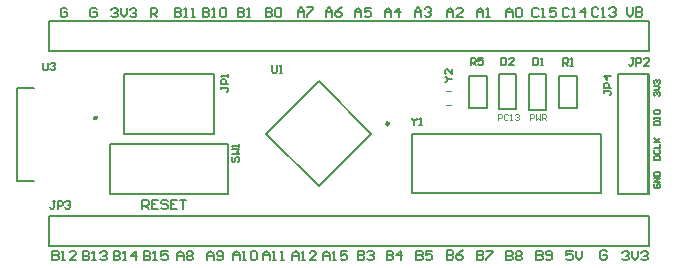
<source format=gbr>
%TF.GenerationSoftware,Altium Limited,Altium Designer,21.4.1 (30)*%
G04 Layer_Color=65535*
%FSLAX45Y45*%
%MOMM*%
%TF.SameCoordinates,7FD8979F-C22B-4491-80EA-6B84785AAA14*%
%TF.FilePolarity,Positive*%
%TF.FileFunction,Legend,Top*%
%TF.Part,Single*%
G01*
G75*
%TA.AperFunction,NonConductor*%
%ADD30C,0.20000*%
%ADD31C,0.12700*%
%ADD47C,0.40000*%
%ADD48C,0.25000*%
%ADD49C,0.10000*%
%ADD50C,0.10160*%
D30*
X4947920Y1651000D02*
X5207000D01*
Y635000D02*
Y1651000D01*
X4947920Y635000D02*
X5207000D01*
X4947920D02*
Y1651000D01*
X4942840D02*
X5201920D01*
Y635000D02*
Y1651000D01*
X4942840Y635000D02*
X5201920D01*
X4942840D02*
Y1651000D01*
X5181600Y444500D02*
X5207000D01*
Y190500D02*
Y444500D01*
X127000Y190500D02*
Y444500D01*
X5181600D01*
X127000Y190500D02*
X5207000D01*
X127000Y1841500D02*
X5207000D01*
X127000Y2095500D02*
X5181600D01*
X127000Y1841500D02*
Y2095500D01*
X5207000Y1841500D02*
Y2095500D01*
X5181600D02*
X5207000D01*
X762000Y1333500D02*
Y1651000D01*
Y1143000D02*
Y1460500D01*
Y1143000D02*
X1524000D01*
Y1651000D01*
X762000D02*
X1524000D01*
X-140000Y741000D02*
X2240Y741060D01*
X-140000Y1531000D02*
X2240D01*
X-140000Y741000D02*
Y1531000D01*
X2413000Y1588477D02*
X2858477Y1143000D01*
X1967523D02*
X2413000Y1588477D01*
X1967523Y1143000D02*
X2413000Y697523D01*
X2858477Y1143000D01*
X4521200Y1363860D02*
X4597400D01*
Y1366400D02*
Y1630680D01*
X4445000D02*
X4597400D01*
X4445000Y1366400D02*
Y1630680D01*
Y1363860D02*
X4521200D01*
X4267200Y1649680D02*
X4338320Y1649800D01*
Y1347540D02*
Y1649800D01*
X4198620Y1347540D02*
X4338320D01*
X4196080D02*
Y1647260D01*
Y1649800D02*
X4267200Y1649680D01*
X4013200Y1650880D02*
X4084320Y1651000D01*
Y1348740D02*
Y1651000D01*
X3944620Y1348740D02*
X4084320D01*
X3942080D02*
Y1648460D01*
Y1651000D02*
X4013200Y1650880D01*
X3759200Y1363860D02*
X3835400D01*
Y1366400D02*
Y1630680D01*
X3683000D02*
X3835400D01*
X3683000Y1366400D02*
Y1630680D01*
Y1363860D02*
X3759200D01*
X647700Y635000D02*
Y1056640D01*
Y635000D02*
X1640840D01*
X647700Y1056640D02*
X1640840D01*
Y635000D02*
Y1056640D01*
X4798900Y889000D02*
Y1139000D01*
X3197860Y1139084D02*
X4798060Y1140460D01*
X3197860Y638916D02*
Y1139084D01*
Y638916D02*
X4798060Y637540D01*
X4798900Y639000D02*
Y889000D01*
X279056Y2197385D02*
X265727Y2210714D01*
X239069D01*
X225740Y2197385D01*
Y2144069D01*
X239069Y2130740D01*
X265727D01*
X279056Y2144069D01*
Y2170727D01*
X252398D01*
X530516Y2197385D02*
X517187Y2210714D01*
X490529D01*
X477200Y2197385D01*
Y2144069D01*
X490529Y2130740D01*
X517187D01*
X530516Y2144069D01*
Y2170727D01*
X503858D01*
X655000Y2194845D02*
X668329Y2208174D01*
X694987D01*
X708316Y2194845D01*
Y2181516D01*
X694987Y2168187D01*
X681658D01*
X694987D01*
X708316Y2154858D01*
Y2141529D01*
X694987Y2128200D01*
X668329D01*
X655000Y2141529D01*
X734974Y2208174D02*
Y2154858D01*
X761632Y2128200D01*
X788290Y2154858D01*
Y2208174D01*
X814948Y2194845D02*
X828277Y2208174D01*
X854936D01*
X868264Y2194845D01*
Y2181516D01*
X854936Y2168187D01*
X841606D01*
X854936D01*
X868264Y2154858D01*
Y2141529D01*
X854936Y2128200D01*
X828277D01*
X814948Y2141529D01*
X1190940Y2210714D02*
Y2130740D01*
X1230927D01*
X1244256Y2144069D01*
Y2157398D01*
X1230927Y2170727D01*
X1190940D01*
X1230927D01*
X1244256Y2184056D01*
Y2197385D01*
X1230927Y2210714D01*
X1190940D01*
X1270914Y2130740D02*
X1297572D01*
X1284243D01*
Y2210714D01*
X1270914Y2197385D01*
X1337559Y2130740D02*
X1364217D01*
X1350889D01*
Y2210714D01*
X1337559Y2197385D01*
X918642Y505140D02*
Y585114D01*
X958629D01*
X971958Y571785D01*
Y545127D01*
X958629Y531798D01*
X918642D01*
X945300D02*
X971958Y505140D01*
X1051932Y585114D02*
X998616D01*
Y505140D01*
X1051932D01*
X998616Y545127D02*
X1025274D01*
X1131906Y571785D02*
X1118577Y585114D01*
X1091919D01*
X1078590Y571785D01*
Y558456D01*
X1091919Y545127D01*
X1118577D01*
X1131906Y531798D01*
Y518469D01*
X1118577Y505140D01*
X1091919D01*
X1078590Y518469D01*
X1211880Y585114D02*
X1158564D01*
Y505140D01*
X1211880D01*
X1158564Y545127D02*
X1185222D01*
X1238538Y585114D02*
X1291854D01*
X1265196D01*
Y505140D01*
X4983160Y137445D02*
X4996489Y150774D01*
X5023147D01*
X5036476Y137445D01*
Y124116D01*
X5023147Y110787D01*
X5009818D01*
X5023147D01*
X5036476Y97458D01*
Y84129D01*
X5023147Y70800D01*
X4996489D01*
X4983160Y84129D01*
X5063134Y150774D02*
Y97458D01*
X5089792Y70800D01*
X5116450Y97458D01*
Y150774D01*
X5143108Y137445D02*
X5156437Y150774D01*
X5183096D01*
X5196424Y137445D01*
Y124116D01*
X5183096Y110787D01*
X5169766D01*
X5183096D01*
X5196424Y97458D01*
Y84129D01*
X5183096Y70800D01*
X5156437D01*
X5143108Y84129D01*
X4848516Y142525D02*
X4835187Y155854D01*
X4808529D01*
X4795200Y142525D01*
Y89209D01*
X4808529Y75880D01*
X4835187D01*
X4848516Y89209D01*
Y115867D01*
X4821858D01*
X4561295Y153314D02*
X4507979D01*
Y113327D01*
X4534637Y126656D01*
X4547967D01*
X4561295Y113327D01*
Y86669D01*
X4547967Y73340D01*
X4521308D01*
X4507979Y86669D01*
X4587953Y153314D02*
Y99998D01*
X4614612Y73340D01*
X4641270Y99998D01*
Y153314D01*
X4254180D02*
Y73340D01*
X4294167D01*
X4307496Y86669D01*
Y99998D01*
X4294167Y113327D01*
X4254180D01*
X4294167D01*
X4307496Y126656D01*
Y139985D01*
X4294167Y153314D01*
X4254180D01*
X4334154Y86669D02*
X4347483Y73340D01*
X4374141D01*
X4387470Y86669D01*
Y139985D01*
X4374141Y153314D01*
X4347483D01*
X4334154Y139985D01*
Y126656D01*
X4347483Y113327D01*
X4387470D01*
X4000180Y150774D02*
Y70800D01*
X4040167D01*
X4053496Y84129D01*
Y97458D01*
X4040167Y110787D01*
X4000180D01*
X4040167D01*
X4053496Y124116D01*
Y137445D01*
X4040167Y150774D01*
X4000180D01*
X4080154Y137445D02*
X4093483Y150774D01*
X4120141D01*
X4133470Y137445D01*
Y124116D01*
X4120141Y110787D01*
X4133470Y97458D01*
Y84129D01*
X4120141Y70800D01*
X4093483D01*
X4080154Y84129D01*
Y97458D01*
X4093483Y110787D01*
X4080154Y124116D01*
Y137445D01*
X4093483Y110787D02*
X4120141D01*
X3751260Y153314D02*
Y73340D01*
X3791247D01*
X3804576Y86669D01*
Y99998D01*
X3791247Y113327D01*
X3751260D01*
X3791247D01*
X3804576Y126656D01*
Y139985D01*
X3791247Y153314D01*
X3751260D01*
X3831234D02*
X3884550D01*
Y139985D01*
X3831234Y86669D01*
Y73340D01*
X3497260Y155854D02*
Y75880D01*
X3537247D01*
X3550576Y89209D01*
Y102538D01*
X3537247Y115867D01*
X3497260D01*
X3537247D01*
X3550576Y129196D01*
Y142525D01*
X3537247Y155854D01*
X3497260D01*
X3630550D02*
X3603892Y142525D01*
X3577234Y115867D01*
Y89209D01*
X3590563Y75880D01*
X3617221D01*
X3630550Y89209D01*
Y102538D01*
X3617221Y115867D01*
X3577234D01*
X3237979Y153314D02*
Y73340D01*
X3277967D01*
X3291295Y86669D01*
Y99998D01*
X3277967Y113327D01*
X3237979D01*
X3277967D01*
X3291295Y126656D01*
Y139985D01*
X3277967Y153314D01*
X3237979D01*
X3371270D02*
X3317953D01*
Y113327D01*
X3344612Y126656D01*
X3357941D01*
X3371270Y113327D01*
Y86669D01*
X3357941Y73340D01*
X3331283D01*
X3317953Y86669D01*
X2986720Y153314D02*
Y73340D01*
X3026707D01*
X3040036Y86669D01*
Y99998D01*
X3026707Y113327D01*
X2986720D01*
X3026707D01*
X3040036Y126656D01*
Y139985D01*
X3026707Y153314D01*
X2986720D01*
X3106681Y73340D02*
Y153314D01*
X3066694Y113327D01*
X3120010D01*
X2742880Y153314D02*
Y73340D01*
X2782867D01*
X2796196Y86669D01*
Y99998D01*
X2782867Y113327D01*
X2742880D01*
X2782867D01*
X2796196Y126656D01*
Y139985D01*
X2782867Y153314D01*
X2742880D01*
X2822854Y139985D02*
X2836183Y153314D01*
X2862841D01*
X2876170Y139985D01*
Y126656D01*
X2862841Y113327D01*
X2849512D01*
X2862841D01*
X2876170Y99998D01*
Y86669D01*
X2862841Y73340D01*
X2836183D01*
X2822854Y86669D01*
X2450780Y70800D02*
Y124116D01*
X2477438Y150774D01*
X2504096Y124116D01*
Y70800D01*
Y110787D01*
X2450780D01*
X2530754Y70800D02*
X2557412D01*
X2544083D01*
Y150774D01*
X2530754Y137445D01*
X2650716Y150774D02*
X2597399D01*
Y110787D01*
X2624057Y124116D01*
X2637387D01*
X2650716Y110787D01*
Y84129D01*
X2637387Y70800D01*
X2610729D01*
X2597399Y84129D01*
X2189160Y70800D02*
Y124116D01*
X2215818Y150774D01*
X2242476Y124116D01*
Y70800D01*
Y110787D01*
X2189160D01*
X2269134Y70800D02*
X2295792D01*
X2282463D01*
Y150774D01*
X2269134Y137445D01*
X2389096Y70800D02*
X2335779D01*
X2389096Y124116D01*
Y137445D01*
X2375767Y150774D01*
X2349109D01*
X2335779Y137445D01*
X1942780Y73340D02*
Y126656D01*
X1969438Y153314D01*
X1996096Y126656D01*
Y73340D01*
Y113327D01*
X1942780D01*
X2022754Y73340D02*
X2049412D01*
X2036083D01*
Y153314D01*
X2022754Y139985D01*
X2089399Y73340D02*
X2116057D01*
X2102729D01*
Y153314D01*
X2089399Y139985D01*
X1688780Y73340D02*
Y126656D01*
X1715438Y153314D01*
X1742096Y126656D01*
Y73340D01*
Y113327D01*
X1688780D01*
X1768754Y73340D02*
X1795412D01*
X1782083D01*
Y153314D01*
X1768754Y139985D01*
X1835399D02*
X1848729Y153314D01*
X1875387D01*
X1888716Y139985D01*
Y86669D01*
X1875387Y73340D01*
X1848729D01*
X1835399Y86669D01*
Y139985D01*
X1467800Y70800D02*
Y124116D01*
X1494458Y150774D01*
X1521116Y124116D01*
Y70800D01*
Y110787D01*
X1467800D01*
X1547774Y84129D02*
X1561103Y70800D01*
X1587761D01*
X1601090Y84129D01*
Y137445D01*
X1587761Y150774D01*
X1561103D01*
X1547774Y137445D01*
Y124116D01*
X1561103Y110787D01*
X1601090D01*
X1213800Y70800D02*
Y124116D01*
X1240458Y150774D01*
X1267116Y124116D01*
Y70800D01*
Y110787D01*
X1213800D01*
X1293774Y137445D02*
X1307103Y150774D01*
X1333761D01*
X1347090Y137445D01*
Y124116D01*
X1333761Y110787D01*
X1347090Y97458D01*
Y84129D01*
X1333761Y70800D01*
X1307103D01*
X1293774Y84129D01*
Y97458D01*
X1307103Y110787D01*
X1293774Y124116D01*
Y137445D01*
X1307103Y110787D02*
X1333761D01*
X931860Y150774D02*
Y70800D01*
X971847D01*
X985176Y84129D01*
Y97458D01*
X971847Y110787D01*
X931860D01*
X971847D01*
X985176Y124116D01*
Y137445D01*
X971847Y150774D01*
X931860D01*
X1011834Y70800D02*
X1038492D01*
X1025163D01*
Y150774D01*
X1011834Y137445D01*
X1131796Y150774D02*
X1078479D01*
Y110787D01*
X1105137Y124116D01*
X1118467D01*
X1131796Y110787D01*
Y84129D01*
X1118467Y70800D01*
X1091809D01*
X1078479Y84129D01*
X675320Y150774D02*
Y70800D01*
X715307D01*
X728636Y84129D01*
Y97458D01*
X715307Y110787D01*
X675320D01*
X715307D01*
X728636Y124116D01*
Y137445D01*
X715307Y150774D01*
X675320D01*
X755294Y70800D02*
X781952D01*
X768623D01*
Y150774D01*
X755294Y137445D01*
X861927Y70800D02*
Y150774D01*
X821939Y110787D01*
X875256D01*
X416240Y150774D02*
Y70800D01*
X456227D01*
X469556Y84129D01*
Y97458D01*
X456227Y110787D01*
X416240D01*
X456227D01*
X469556Y124116D01*
Y137445D01*
X456227Y150774D01*
X416240D01*
X496214Y70800D02*
X522872D01*
X509543D01*
Y150774D01*
X496214Y137445D01*
X562859D02*
X576189Y150774D01*
X602847D01*
X616176Y137445D01*
Y124116D01*
X602847Y110787D01*
X589517D01*
X602847D01*
X616176Y97458D01*
Y84129D01*
X602847Y70800D01*
X576189D01*
X562859Y84129D01*
X157160Y153314D02*
Y73340D01*
X197147D01*
X210476Y86669D01*
Y99998D01*
X197147Y113327D01*
X157160D01*
X197147D01*
X210476Y126656D01*
Y139985D01*
X197147Y153314D01*
X157160D01*
X237134Y73340D02*
X263792D01*
X250463D01*
Y153314D01*
X237134Y139985D01*
X357096Y73340D02*
X303779D01*
X357096Y126656D01*
Y139985D01*
X343767Y153314D01*
X317109D01*
X303779Y139985D01*
X5018720Y2213254D02*
Y2159938D01*
X5045378Y2133280D01*
X5072036Y2159938D01*
Y2213254D01*
X5098694D02*
Y2133280D01*
X5138681D01*
X5152010Y2146609D01*
Y2159938D01*
X5138681Y2173267D01*
X5098694D01*
X5138681D01*
X5152010Y2186596D01*
Y2199925D01*
X5138681Y2213254D01*
X5098694D01*
X4779936Y2199925D02*
X4766607Y2213254D01*
X4739949D01*
X4726620Y2199925D01*
Y2146609D01*
X4739949Y2133280D01*
X4766607D01*
X4779936Y2146609D01*
X4806594Y2133280D02*
X4833252D01*
X4819923D01*
Y2213254D01*
X4806594Y2199925D01*
X4873239D02*
X4886569Y2213254D01*
X4913227D01*
X4926556Y2199925D01*
Y2186596D01*
X4913227Y2173267D01*
X4899897D01*
X4913227D01*
X4926556Y2159938D01*
Y2146609D01*
X4913227Y2133280D01*
X4886569D01*
X4873239Y2146609D01*
X4531016Y2197385D02*
X4517687Y2210714D01*
X4491029D01*
X4477700Y2197385D01*
Y2144069D01*
X4491029Y2130740D01*
X4517687D01*
X4531016Y2144069D01*
X4557674Y2130740D02*
X4584332D01*
X4571003D01*
Y2210714D01*
X4557674Y2197385D01*
X4664307Y2130740D02*
Y2210714D01*
X4624319Y2170727D01*
X4677636D01*
X4274476Y2197385D02*
X4261147Y2210714D01*
X4234489D01*
X4221160Y2197385D01*
Y2144069D01*
X4234489Y2130740D01*
X4261147D01*
X4274476Y2144069D01*
X4301134Y2130740D02*
X4327792D01*
X4314463D01*
Y2210714D01*
X4301134Y2197385D01*
X4421096Y2210714D02*
X4367779D01*
Y2170727D01*
X4394437Y2184056D01*
X4407767D01*
X4421096Y2170727D01*
Y2144069D01*
X4407767Y2130740D01*
X4381109D01*
X4367779Y2144069D01*
X4000180Y2130740D02*
Y2184056D01*
X4026838Y2210714D01*
X4053496Y2184056D01*
Y2130740D01*
Y2170727D01*
X4000180D01*
X4080154Y2197385D02*
X4093483Y2210714D01*
X4120141D01*
X4133470Y2197385D01*
Y2144069D01*
X4120141Y2130740D01*
X4093483D01*
X4080154Y2144069D01*
Y2197385D01*
X3751260Y2130740D02*
Y2184056D01*
X3777918Y2210714D01*
X3804576Y2184056D01*
Y2130740D01*
Y2170727D01*
X3751260D01*
X3831234Y2130740D02*
X3857892D01*
X3844563D01*
Y2210714D01*
X3831234Y2197385D01*
X3497260Y2130740D02*
Y2184056D01*
X3523918Y2210714D01*
X3550576Y2184056D01*
Y2130740D01*
Y2170727D01*
X3497260D01*
X3630550Y2130740D02*
X3577234D01*
X3630550Y2184056D01*
Y2197385D01*
X3617221Y2210714D01*
X3590563D01*
X3577234Y2197385D01*
X3228020Y2133280D02*
Y2186596D01*
X3254678Y2213254D01*
X3281336Y2186596D01*
Y2133280D01*
Y2173267D01*
X3228020D01*
X3307994Y2199925D02*
X3321323Y2213254D01*
X3347981D01*
X3361310Y2199925D01*
Y2186596D01*
X3347981Y2173267D01*
X3334652D01*
X3347981D01*
X3361310Y2159938D01*
Y2146609D01*
X3347981Y2133280D01*
X3321323D01*
X3307994Y2146609D01*
X2974020Y2130740D02*
Y2184056D01*
X3000678Y2210714D01*
X3027336Y2184056D01*
Y2130740D01*
Y2170727D01*
X2974020D01*
X3093981Y2130740D02*
Y2210714D01*
X3053994Y2170727D01*
X3107310D01*
X2720020Y2130740D02*
Y2184056D01*
X2746678Y2210714D01*
X2773336Y2184056D01*
Y2130740D01*
Y2170727D01*
X2720020D01*
X2853310Y2210714D02*
X2799994D01*
Y2170727D01*
X2826652Y2184056D01*
X2839981D01*
X2853310Y2170727D01*
Y2144069D01*
X2839981Y2130740D01*
X2813323D01*
X2799994Y2144069D01*
X2473640Y2133280D02*
Y2186596D01*
X2500298Y2213254D01*
X2526956Y2186596D01*
Y2133280D01*
Y2173267D01*
X2473640D01*
X2606930Y2213254D02*
X2580272Y2199925D01*
X2553614Y2173267D01*
Y2146609D01*
X2566943Y2133280D01*
X2593601D01*
X2606930Y2146609D01*
Y2159938D01*
X2593601Y2173267D01*
X2553614D01*
X2232340Y2133280D02*
Y2186596D01*
X2258998Y2213254D01*
X2285656Y2186596D01*
Y2133280D01*
Y2173267D01*
X2232340D01*
X2312314Y2213254D02*
X2365630D01*
Y2199925D01*
X2312314Y2146609D01*
Y2133280D01*
X1963100Y2210714D02*
Y2130740D01*
X2003087D01*
X2016416Y2144069D01*
Y2157398D01*
X2003087Y2170727D01*
X1963100D01*
X2003087D01*
X2016416Y2184056D01*
Y2197385D01*
X2003087Y2210714D01*
X1963100D01*
X2043074Y2197385D02*
X2056403Y2210714D01*
X2083061D01*
X2096390Y2197385D01*
Y2144069D01*
X2083061Y2130740D01*
X2056403D01*
X2043074Y2144069D01*
Y2197385D01*
X1724340Y2210714D02*
Y2130740D01*
X1764327D01*
X1777656Y2144069D01*
Y2157398D01*
X1764327Y2170727D01*
X1724340D01*
X1764327D01*
X1777656Y2184056D01*
Y2197385D01*
X1764327Y2210714D01*
X1724340D01*
X1804314Y2130740D02*
X1830972D01*
X1817643D01*
Y2210714D01*
X1804314Y2197385D01*
X1429700Y2210714D02*
Y2130740D01*
X1469687D01*
X1483016Y2144069D01*
Y2157398D01*
X1469687Y2170727D01*
X1429700D01*
X1469687D01*
X1483016Y2184056D01*
Y2197385D01*
X1469687Y2210714D01*
X1429700D01*
X1509674Y2130740D02*
X1536332D01*
X1523003D01*
Y2210714D01*
X1509674Y2197385D01*
X1576319D02*
X1589649Y2210714D01*
X1616307D01*
X1629636Y2197385D01*
Y2144069D01*
X1616307Y2130740D01*
X1589649D01*
X1576319Y2144069D01*
Y2197385D01*
X987740Y2130740D02*
Y2210714D01*
X1027727D01*
X1041056Y2197385D01*
Y2170727D01*
X1027727Y2157398D01*
X987740D01*
X1014398D02*
X1041056Y2130740D01*
D31*
X5258660Y1465580D02*
X5250197Y1474044D01*
Y1490972D01*
X5258660Y1499436D01*
X5267124D01*
X5275588Y1490972D01*
Y1482508D01*
Y1490972D01*
X5284052Y1499436D01*
X5292516D01*
X5300980Y1490972D01*
Y1474044D01*
X5292516Y1465580D01*
X5250197Y1516363D02*
X5284052D01*
X5300980Y1533291D01*
X5284052Y1550219D01*
X5250197D01*
X5258660Y1567147D02*
X5250197Y1575611D01*
Y1592539D01*
X5258660Y1601003D01*
X5267124D01*
X5275588Y1592539D01*
Y1584075D01*
Y1592539D01*
X5284052Y1601003D01*
X5292516D01*
X5300980Y1592539D01*
Y1575611D01*
X5292516Y1567147D01*
X5252737Y1214120D02*
X5303520D01*
Y1239512D01*
X5295056Y1247976D01*
X5261200D01*
X5252737Y1239512D01*
Y1214120D01*
Y1264903D02*
Y1281831D01*
Y1273368D01*
X5303520D01*
Y1264903D01*
Y1281831D01*
X5252737Y1332615D02*
Y1315687D01*
X5261200Y1307223D01*
X5295056D01*
X5303520Y1315687D01*
Y1332615D01*
X5295056Y1341079D01*
X5261200D01*
X5252737Y1332615D01*
Y916940D02*
X5303520D01*
Y942332D01*
X5295056Y950796D01*
X5261200D01*
X5252737Y942332D01*
Y916940D01*
X5261200Y1001579D02*
X5252737Y993115D01*
Y976188D01*
X5261200Y967723D01*
X5295056D01*
X5303520Y976188D01*
Y993115D01*
X5295056Y1001579D01*
X5252737Y1018507D02*
X5303520D01*
Y1052363D01*
X5252737Y1069290D02*
X5303520D01*
X5286592D01*
X5252737Y1103146D01*
X5278128Y1077755D01*
X5303520Y1103146D01*
X5261200Y719656D02*
X5252737Y711192D01*
Y694264D01*
X5261200Y685800D01*
X5295056D01*
X5303520Y694264D01*
Y711192D01*
X5295056Y719656D01*
X5278128D01*
Y702728D01*
X5303520Y736583D02*
X5252737D01*
X5303520Y770439D01*
X5252737D01*
Y787367D02*
X5303520D01*
Y812759D01*
X5295056Y821223D01*
X5261200D01*
X5252737Y812759D01*
Y787367D01*
X181201Y572760D02*
X160041D01*
X170621D01*
Y519860D01*
X160041Y509280D01*
X149461D01*
X138881Y519860D01*
X202360Y509280D02*
Y572760D01*
X234100D01*
X244680Y562180D01*
Y541020D01*
X234100Y530440D01*
X202360D01*
X265840Y562180D02*
X276420Y572760D01*
X297580D01*
X308159Y562180D01*
Y551600D01*
X297580Y541020D01*
X286999D01*
X297580D01*
X308159Y530440D01*
Y519860D01*
X297580Y509280D01*
X276420D01*
X265840Y519860D01*
X5080861Y1784340D02*
X5059701D01*
X5070281D01*
Y1731440D01*
X5059701Y1720860D01*
X5049121D01*
X5038541Y1731440D01*
X5102020Y1720860D02*
Y1784340D01*
X5133760D01*
X5144340Y1773760D01*
Y1752600D01*
X5133760Y1742020D01*
X5102020D01*
X5207819Y1720860D02*
X5165500D01*
X5207819Y1763180D01*
Y1773760D01*
X5197240Y1784340D01*
X5176080D01*
X5165500Y1773760D01*
X3477340Y1583521D02*
X3487920D01*
X3509080Y1604681D01*
X3487920Y1625841D01*
X3477340D01*
X3509080Y1604681D02*
X3540820D01*
Y1689320D02*
Y1647000D01*
X3498500Y1689320D01*
X3487920D01*
X3477340Y1678740D01*
Y1657580D01*
X3487920Y1647000D01*
X3200400Y1280139D02*
Y1269560D01*
X3221560Y1248400D01*
X3242720Y1269560D01*
Y1280139D01*
X3221560Y1248400D02*
Y1216660D01*
X3263879D02*
X3285039D01*
X3274459D01*
Y1280139D01*
X3263879Y1269560D01*
X76640Y1746240D02*
Y1693340D01*
X87220Y1682760D01*
X108380D01*
X118960Y1693340D01*
Y1746240D01*
X140120Y1735660D02*
X150700Y1746240D01*
X171860D01*
X182440Y1735660D01*
Y1725080D01*
X171860Y1714500D01*
X161280D01*
X171860D01*
X182440Y1703920D01*
Y1693340D01*
X171860Y1682760D01*
X150700D01*
X140120Y1693340D01*
X2017621Y1723380D02*
Y1670480D01*
X2028200Y1659900D01*
X2049360D01*
X2059940Y1670480D01*
Y1723380D01*
X2081100Y1659900D02*
X2102260D01*
X2091680D01*
Y1723380D01*
X2081100Y1712800D01*
X1686134Y947621D02*
X1675554Y937041D01*
Y915881D01*
X1686134Y905301D01*
X1696714D01*
X1707294Y915881D01*
Y937041D01*
X1717874Y947621D01*
X1728454D01*
X1739034Y937041D01*
Y915881D01*
X1728454Y905301D01*
X1675554Y968780D02*
X1739034D01*
X1717874Y989940D01*
X1739034Y1011100D01*
X1675554D01*
X1739034Y1032260D02*
Y1053420D01*
Y1042840D01*
X1675554D01*
X1686134Y1032260D01*
X3698680Y1723400D02*
Y1786880D01*
X3730420D01*
X3741000Y1776300D01*
Y1755140D01*
X3730420Y1744560D01*
X3698680D01*
X3719840D02*
X3741000Y1723400D01*
X3804480Y1786880D02*
X3762160D01*
Y1755140D01*
X3783320Y1765720D01*
X3793900D01*
X3804480Y1755140D01*
Y1733980D01*
X3793900Y1723400D01*
X3772740D01*
X3762160Y1733980D01*
X4478881Y1720860D02*
Y1784340D01*
X4510620D01*
X4521200Y1773760D01*
Y1752600D01*
X4510620Y1742020D01*
X4478881D01*
X4500040D02*
X4521200Y1720860D01*
X4542360D02*
X4563520D01*
X4552940D01*
Y1784340D01*
X4542360Y1773760D01*
X4824740Y1512161D02*
Y1491001D01*
Y1501581D01*
X4877640D01*
X4888220Y1491001D01*
Y1480421D01*
X4877640Y1469841D01*
X4888220Y1533320D02*
X4824740D01*
Y1565060D01*
X4835320Y1575640D01*
X4856480D01*
X4867060Y1565060D01*
Y1533320D01*
X4888220Y1628540D02*
X4824740D01*
X4856480Y1596800D01*
Y1639119D01*
X1583700Y1540520D02*
Y1519360D01*
Y1529941D01*
X1636600D01*
X1647180Y1519360D01*
Y1508781D01*
X1636600Y1498201D01*
X1647180Y1561680D02*
X1583700D01*
Y1593420D01*
X1594280Y1604000D01*
X1615440D01*
X1626020Y1593420D01*
Y1561680D01*
X1647180Y1625160D02*
Y1646319D01*
Y1635739D01*
X1583700D01*
X1594280Y1625160D01*
X3957760Y1786880D02*
Y1723400D01*
X3989500D01*
X4000080Y1733980D01*
Y1776300D01*
X3989500Y1786880D01*
X3957760D01*
X4063560Y1723400D02*
X4021240D01*
X4063560Y1765720D01*
Y1776300D01*
X4052980Y1786880D01*
X4031820D01*
X4021240Y1776300D01*
X4227421Y1786880D02*
Y1723400D01*
X4259160D01*
X4269740Y1733980D01*
Y1776300D01*
X4259160Y1786880D01*
X4227421D01*
X4290900Y1723400D02*
X4312060D01*
X4301480D01*
Y1786880D01*
X4290900Y1776300D01*
D47*
X522940Y1277000D02*
G03*
X522940Y1277000I-2540J0D01*
G01*
D48*
X3007095Y1229621D02*
G03*
X3007095Y1229621I-12500J0D01*
G01*
D49*
X3489080Y1387800D02*
X3529080D01*
X3489080Y1507800D02*
X3529080D01*
D50*
X4203700Y1262380D02*
Y1313163D01*
X4229092D01*
X4237556Y1304700D01*
Y1287772D01*
X4229092Y1279308D01*
X4203700D01*
X4254483Y1313163D02*
Y1262380D01*
X4271411Y1279308D01*
X4288339Y1262380D01*
Y1313163D01*
X4305267Y1262380D02*
Y1313163D01*
X4330659D01*
X4339123Y1304700D01*
Y1287772D01*
X4330659Y1279308D01*
X4305267D01*
X4322195D02*
X4339123Y1262380D01*
X3929380D02*
Y1313163D01*
X3954772D01*
X3963236Y1304700D01*
Y1287772D01*
X3954772Y1279308D01*
X3929380D01*
X4014019Y1304700D02*
X4005555Y1313163D01*
X3988628D01*
X3980163Y1304700D01*
Y1270844D01*
X3988628Y1262380D01*
X4005555D01*
X4014019Y1270844D01*
X4030947Y1262380D02*
X4047875D01*
X4039411D01*
Y1313163D01*
X4030947Y1304700D01*
X4073267D02*
X4081731Y1313163D01*
X4098659D01*
X4107122Y1304700D01*
Y1296236D01*
X4098659Y1287772D01*
X4090195D01*
X4098659D01*
X4107122Y1279308D01*
Y1270844D01*
X4098659Y1262380D01*
X4081731D01*
X4073267Y1270844D01*
%TF.MD5,af9182443883c8780197420bcae2ecb3*%
M02*

</source>
